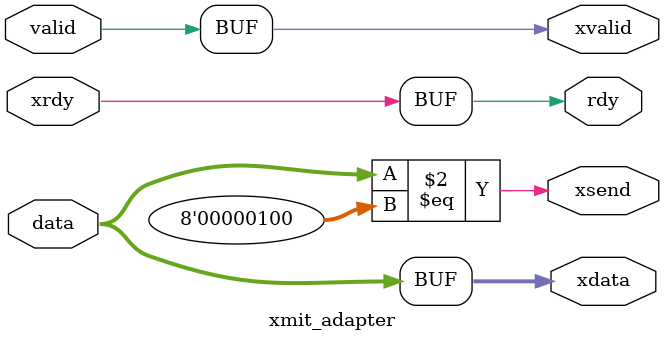
<source format=sv>
`timescale 1ns / 1ps


module xmit_adapter(
    input logic xrdy, valid,
    input logic [7:0] data,
    output logic xvalid, xsend, rdy,
    output logic [7:0] xdata
);

    always_comb begin
        xvalid = valid;
        xdata = data;
        xsend = (data == 8'h04);
        rdy = xrdy;
    end
endmodule

</source>
